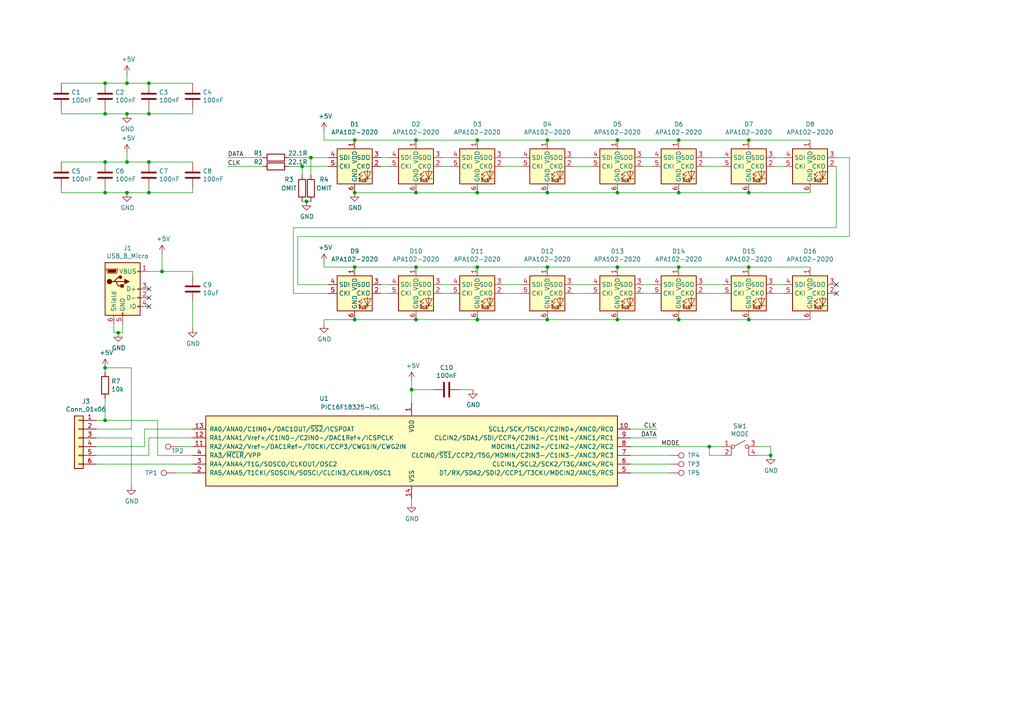
<source format=kicad_sch>
(kicad_sch (version 20211123) (generator eeschema)
  (paper "A4")
  (lib_symbols
    (symbol "Connector:TestPoint" (pin_numbers hide) (pin_names (offset 0.762) hide)
      (property "Reference" "TP" (at 0 6.858 0))
      (property "Value" "TestPoint" (at 0 5.08 0))
      (symbol "TestPoint_0_1"
        (circle (center 0 3.302) (radius 0.762))
      )
      (symbol "TestPoint_1_1"
        (pin passive line (at 0 0 90) (length 2.54) (name "1") (number "1"))
      )
    )
    (symbol "Connector:USB_B_Micro" (pin_names (offset 1.016))
      (property "Reference" "J" (at -5.08 11.43 0))
      (property "Value" "USB_B_Micro" (at -5.08 8.89 0))
      (symbol "USB_B_Micro_0_1"
        (rectangle (start -5.08 -7.62) (end 5.08 7.62) (stroke (width 0.254)) (fill (type background)))
        (circle (center -3.81 2.159) (radius 0.635) (stroke (width 0.254)) (fill (type outline)))
        (circle (center -0.635 3.429) (radius 0.381) (stroke (width 0.254)) (fill (type outline)))
        (rectangle (start -0.127 -7.62) (end 0.127 -6.858))
        (polyline (pts (xy -1.905 2.159) (xy 0.635 2.159)) (stroke (width 0.254)))
        (polyline (pts (xy -3.175 2.159) (xy -2.54 2.159) (xy -1.27 3.429) (xy -0.635 3.429)) (stroke (width 0.254)))
        (polyline (pts (xy -2.54 2.159) (xy -1.905 2.159) (xy -1.27 0.889) (xy 0 0.889)) (stroke (width 0.254)))
        (polyline (pts (xy 0.635 2.794) (xy 0.635 1.524) (xy 1.905 2.159) (xy 0.635 2.794)) (stroke (width 0.254)) (fill (type outline)))
        (polyline (pts (xy -4.318 5.588) (xy -1.778 5.588) (xy -2.032 4.826) (xy -4.064 4.826) (xy -4.318 5.588)) (fill (type outline)))
        (polyline (pts (xy -4.699 5.842) (xy -4.699 5.588) (xy -4.445 4.826) (xy -4.445 4.572) (xy -1.651 4.572) (xy -1.651 4.826) (xy -1.397 5.588) (xy -1.397 5.842) (xy -4.699 5.842)))
        (rectangle (start 0.254 1.27) (end -0.508 0.508) (stroke (width 0.254)) (fill (type outline)))
        (rectangle (start 5.08 -5.207) (end 4.318 -4.953))
        (rectangle (start 5.08 -2.667) (end 4.318 -2.413))
        (rectangle (start 5.08 -0.127) (end 4.318 0.127))
        (rectangle (start 5.08 4.953) (end 4.318 5.207))
      )
      (symbol "USB_B_Micro_1_1"
        (pin power_out line (at 7.62 5.08 180) (length 2.54) (name "VBUS") (number "1"))
        (pin bidirectional line (at 7.62 -2.54 180) (length 2.54) (name "D-") (number "2"))
        (pin bidirectional line (at 7.62 0 180) (length 2.54) (name "D+") (number "3"))
        (pin passive line (at 7.62 -5.08 180) (length 2.54) (name "ID") (number "4"))
        (pin power_out line (at 0 -10.16 90) (length 2.54) (name "GND") (number "5"))
        (pin passive line (at -2.54 -10.16 90) (length 2.54) (name "Shield") (number "6"))
      )
    )
    (symbol "Connector_Generic:Conn_01x06" (pin_names (offset 1.016) hide)
      (property "Reference" "J" (at 0 7.62 0))
      (property "Value" "Conn_01x06" (at 0 -10.16 0))
      (symbol "Conn_01x06_1_1"
        (rectangle (start -1.27 -7.493) (end 0 -7.747) (stroke (width 0.1524)))
        (rectangle (start -1.27 -4.953) (end 0 -5.207) (stroke (width 0.1524)))
        (rectangle (start -1.27 -2.413) (end 0 -2.667) (stroke (width 0.1524)))
        (rectangle (start -1.27 0.127) (end 0 -0.127) (stroke (width 0.1524)))
        (rectangle (start -1.27 2.667) (end 0 2.413) (stroke (width 0.1524)))
        (rectangle (start -1.27 5.207) (end 0 4.953) (stroke (width 0.1524)))
        (rectangle (start -1.27 6.35) (end 1.27 -8.89) (stroke (width 0.254)) (fill (type background)))
        (pin passive line (at -5.08 5.08 0) (length 3.81) (name "Pin_1") (number "1"))
        (pin passive line (at -5.08 2.54 0) (length 3.81) (name "Pin_2") (number "2"))
        (pin passive line (at -5.08 0 0) (length 3.81) (name "Pin_3") (number "3"))
        (pin passive line (at -5.08 -2.54 0) (length 3.81) (name "Pin_4") (number "4"))
        (pin passive line (at -5.08 -5.08 0) (length 3.81) (name "Pin_5") (number "5"))
        (pin passive line (at -5.08 -7.62 0) (length 3.81) (name "Pin_6") (number "6"))
      )
    )
    (symbol "Device:C" (pin_numbers hide) (pin_names (offset 0.254))
      (property "Reference" "C" (at 0.635 2.54 0))
      (property "Value" "C" (at 0.635 -2.54 0))
      (symbol "C_0_1"
        (polyline (pts (xy -2.032 -0.762) (xy 2.032 -0.762)) (stroke (width 0.508)))
        (polyline (pts (xy -2.032 0.762) (xy 2.032 0.762)) (stroke (width 0.508)))
      )
      (symbol "C_1_1"
        (pin passive line (at 0 3.81 270) (length 2.794) (name "~") (number "1"))
        (pin passive line (at 0 -3.81 90) (length 2.794) (name "~") (number "2"))
      )
    )
    (symbol "Device:R" (pin_numbers hide) (pin_names (offset 0))
      (property "Reference" "R" (at 2.032 0 90))
      (property "Value" "R" (at 0 0 90))
      (symbol "R_0_1"
        (rectangle (start -1.016 -2.54) (end 1.016 2.54) (stroke (width 0.254)))
      )
      (symbol "R_1_1"
        (pin passive line (at 0 3.81 270) (length 1.27) (name "~") (number "1"))
        (pin passive line (at 0 -3.81 90) (length 1.27) (name "~") (number "2"))
      )
    )
    (symbol "LED:APA102-2020"
      (property "Reference" "D" (at 5.08 5.715 0))
      (property "Value" "APA102-2020" (at 1.27 -5.715 0))
      (symbol "APA102-2020_0_0"
        (text "RGB" (at 2.286 -4.191 0) (effects (font (size 0.762 0.762))))
      )
      (symbol "APA102-2020_0_1"
        (polyline (pts (xy 1.27 -3.556) (xy 1.778 -3.556)))
        (polyline (pts (xy 1.27 -2.54) (xy 1.778 -2.54)))
        (polyline (pts (xy 4.699 -3.556) (xy 2.667 -3.556)))
        (polyline (pts (xy 2.286 -2.54) (xy 1.27 -3.556) (xy 1.27 -3.048)))
        (polyline (pts (xy 2.286 -1.524) (xy 1.27 -2.54) (xy 1.27 -2.032)))
        (polyline (pts (xy 3.683 -1.016) (xy 3.683 -3.556) (xy 3.683 -4.064)))
        (polyline (pts (xy 4.699 -1.524) (xy 2.667 -1.524) (xy 3.683 -3.556) (xy 4.699 -1.524)))
        (rectangle (start 5.08 5.08) (end -5.08 -5.08) (stroke (width 0.254)) (fill (type background)))
      )
      (symbol "APA102-2020_1_1"
        (pin power_in line (at 0 7.62 270) (length 2.54) (name "VDD") (number "1"))
        (pin output line (at 7.62 0 180) (length 2.54) (name "CKO") (number "2"))
        (pin output line (at 7.62 2.54 180) (length 2.54) (name "SDO") (number "3"))
        (pin input line (at -7.62 2.54 0) (length 2.54) (name "SDI") (number "4"))
        (pin input line (at -7.62 0 0) (length 2.54) (name "CKI") (number "5"))
        (pin power_in line (at 0 -7.62 90) (length 2.54) (name "GND") (number "6"))
      )
    )
    (symbol "MCU_Microchip_PIC16:PIC16F18325-ISL" (pin_names (offset 1.016))
      (property "Reference" "U" (at -58.42 15.24 0))
      (property "Value" "PIC16F18325-ISL" (at -58.42 12.7 0))
      (symbol "PIC16F18325-ISL_1_1"
        (rectangle (start -59.69 11.43) (end 59.69 -8.89) (stroke (width 0.254)) (fill (type background)))
        (pin power_in line (at 0 15.24 270) (length 3.81) (name "VDD") (number "1"))
        (pin bidirectional line (at 63.5 7.62 180) (length 3.81) (name "SCL1/SCK/T5CKI/C2IN0+/ANC0/RC0") (number "10"))
        (pin bidirectional line (at -63.5 2.54 0) (length 3.81) (name "RA2/ANA2/Vref-/DAC1Ref-/T0CKI/CCP3/CWG1IN/CWG2IN") (number "11"))
        (pin bidirectional line (at -63.5 5.08 0) (length 3.81) (name "RA1/ANA1/Vref+/C1IN0-/C2IN0-/DAC1Ref+/ICSPCLK") (number "12"))
        (pin bidirectional line (at -63.5 7.62 0) (length 3.81) (name "RA0/ANA0/C1IN0+/DAC1OUT/~{SS2}/ICSPDAT") (number "13"))
        (pin power_in line (at 0 -12.7 90) (length 3.81) (name "VSS") (number "14"))
        (pin bidirectional line (at -63.5 -5.08 0) (length 3.81) (name "RA5/ANA5/T1CKI/SOSCIN/SOSCI/CLCIN3/CLKIN/OSC1") (number "2"))
        (pin bidirectional line (at -63.5 -2.54 0) (length 3.81) (name "RA4/ANA4/T1G/SOSCO/CLKOUT/OSC2") (number "3"))
        (pin bidirectional line (at -63.5 0 0) (length 3.81) (name "RA3/~{MCLR}/VPP") (number "4"))
        (pin bidirectional line (at 63.5 -5.08 180) (length 3.81) (name "DT/RX/SDA2/SDI2/CCP1/T3CKI/MDCIN2/ANC5/RC5") (number "5"))
        (pin bidirectional line (at 63.5 -2.54 180) (length 3.81) (name "CLCIN1/SCL2/SCK2/T3G/ANC4/RC4") (number "6"))
        (pin bidirectional line (at 63.5 0 180) (length 3.81) (name "CLCIN0/~{SS1}/CCP2/T5G/MDMIN/C2IN3-/C1IN3-/ANC3/RC3") (number "7"))
        (pin bidirectional line (at 63.5 2.54 180) (length 3.81) (name "MDCIN1/C2IN2-/C1IN2-/ANC2/RC2") (number "8"))
        (pin bidirectional line (at 63.5 5.08 180) (length 3.81) (name "CLCIN2/SDA1/SDI/CCP4/C2IN1-/C1IN1-/ANC1/RC1") (number "9"))
      )
    )
    (symbol "omron_switch:SW_SPST" (pin_names (offset 0) hide)
      (property "Reference" "SW" (at 0 3.175 0))
      (property "Value" "SW_SPST" (at 0 -2.54 0))
      (symbol "SW_SPST_0_0"
        (circle (center -2.032 0) (radius 0.508))
        (polyline (pts (xy -1.524 0.254) (xy 1.524 1.778)))
        (circle (center 2.032 0) (radius 0.508))
      )
      (symbol "SW_SPST_0_1"
        (polyline (pts (xy -2.54 -2.54) (xy -2.54 0)))
        (polyline (pts (xy 2.54 -2.54) (xy 2.54 0)))
      )
      (symbol "SW_SPST_1_1"
        (pin passive line (at -5.08 0 0) (length 2.54) (name "A") (number "1"))
        (pin passive line (at -5.08 -2.54 0) (length 2.54) (name "A1") (number "2"))
        (pin passive line (at 5.08 0 180) (length 2.54) (name "B") (number "3"))
        (pin passive line (at 5.08 -2.54 180) (length 2.54) (name "B1") (number "4"))
      )
    )
    (symbol "power:+5V" (power) (pin_names (offset 0))
      (property "Value" "+5V" (at 0 3.556 0))
      (symbol "+5V_0_1"
        (polyline (pts (xy -0.762 1.27) (xy 0 2.54)))
        (polyline (pts (xy 0 0) (xy 0 2.54)))
        (polyline (pts (xy 0 2.54) (xy 0.762 1.27)))
      )
      (symbol "+5V_1_1"
        (pin power_in line (at 0 0 90) (length 0) hide (name "+5V") (number "1"))
      )
    )
    (symbol "power:GND" (power) (pin_names (offset 0))
      (property "Value" "GND" (at 0 -3.81 0))
      (symbol "GND_0_1"
        (polyline (pts (xy 0 0) (xy 0 -1.27) (xy 1.27 -1.27) (xy 0 -2.54) (xy -1.27 -1.27) (xy 0 -1.27)))
      )
      (symbol "GND_1_1"
        (pin power_in line (at 0 0 270) (length 0) hide (name "GND") (number "1"))
      )
    )
  )
  (junction (at 179.07 92.71))
  (junction (at 138.43 55.88))
  (junction (at 88.9 58.42))
  (junction (at 217.17 92.71))
  (junction (at 217.17 77.47))
  (junction (at 102.87 40.64))
  (junction (at 43.18 46.99))
  (junction (at 102.87 92.71))
  (junction (at 158.75 55.88))
  (junction (at 30.48 33.02))
  (junction (at 138.43 92.71))
  (junction (at 217.17 55.88))
  (junction (at 36.83 46.99))
  (junction (at 205.74 129.54))
  (junction (at 119.38 113.03))
  (junction (at 120.65 40.64))
  (junction (at 138.43 77.47))
  (junction (at 30.48 106.68))
  (junction (at 179.07 77.47))
  (junction (at 87.63 48.26))
  (junction (at 196.85 55.88))
  (junction (at 102.87 55.88))
  (junction (at 158.75 77.47))
  (junction (at 43.18 24.13))
  (junction (at 196.85 77.47))
  (junction (at 34.29 96.52))
  (junction (at 158.75 40.64))
  (junction (at 158.75 92.71))
  (junction (at 196.85 40.64))
  (junction (at 36.83 55.88))
  (junction (at 30.48 24.13))
  (junction (at 36.83 33.02))
  (junction (at 196.85 92.71))
  (junction (at 179.07 40.64))
  (junction (at 120.65 92.71))
  (junction (at 30.48 55.88))
  (junction (at 30.48 46.99))
  (junction (at 120.65 55.88))
  (junction (at 138.43 40.64))
  (junction (at 30.48 121.92))
  (junction (at 43.18 55.88))
  (junction (at 102.87 77.47))
  (junction (at 43.18 33.02))
  (junction (at 36.83 24.13))
  (junction (at 90.17 45.72))
  (junction (at 46.99 78.74))
  (junction (at 179.07 55.88))
  (junction (at 120.65 77.47))
  (junction (at 217.17 40.64))
  (junction (at 223.52 132.08))
  (no_connect (at 43.18 83.82))
  (no_connect (at 43.18 86.36))
  (no_connect (at 242.57 85.09))
  (no_connect (at 242.57 82.55))
  (no_connect (at 43.18 88.9))
  (wire (pts (xy 30.48 55.88) (xy 36.83 55.88)))
  (wire (pts (xy 223.52 132.08) (xy 223.52 129.54)))
  (wire (pts (xy 120.65 40.64) (xy 138.43 40.64)))
  (wire (pts (xy 55.88 46.99) (xy 43.18 46.99)))
  (wire (pts (xy 119.38 146.05) (xy 119.38 144.78)))
  (wire (pts (xy 30.48 33.02) (xy 36.83 33.02)))
  (wire (pts (xy 38.1 140.97) (xy 38.1 127)))
  (wire (pts (xy 55.88 54.61) (xy 55.88 55.88)))
  (wire (pts (xy 179.07 40.64) (xy 196.85 40.64)))
  (wire (pts (xy 85.09 85.09) (xy 95.25 85.09)))
  (wire (pts (xy 17.78 33.02) (xy 17.78 31.75)))
  (wire (pts (xy 166.37 45.72) (xy 171.45 45.72)))
  (wire (pts (xy 36.83 33.02) (xy 43.18 33.02)))
  (wire (pts (xy 33.02 96.52) (xy 34.29 96.52)))
  (wire (pts (xy 217.17 92.71) (xy 234.95 92.71)))
  (wire (pts (xy 110.49 85.09) (xy 113.03 85.09)))
  (wire (pts (xy 120.65 77.47) (xy 138.43 77.47)))
  (wire (pts (xy 87.63 48.26) (xy 83.82 48.26)))
  (wire (pts (xy 217.17 77.47) (xy 234.95 77.47)))
  (wire (pts (xy 125.73 113.03) (xy 119.38 113.03)))
  (wire (pts (xy 179.07 55.88) (xy 196.85 55.88)))
  (wire (pts (xy 30.48 33.02) (xy 17.78 33.02)))
  (wire (pts (xy 204.47 82.55) (xy 209.55 82.55)))
  (wire (pts (xy 30.48 121.92) (xy 27.94 121.92)))
  (wire (pts (xy 30.48 55.88) (xy 30.48 54.61)))
  (wire (pts (xy 179.07 92.71) (xy 196.85 92.71)))
  (wire (pts (xy 30.48 46.99) (xy 36.83 46.99)))
  (wire (pts (xy 194.31 137.16) (xy 182.88 137.16)))
  (wire (pts (xy 242.57 45.72) (xy 246.38 45.72)))
  (wire (pts (xy 38.1 127) (xy 27.94 127)))
  (wire (pts (xy 35.56 93.98) (xy 35.56 96.52)))
  (wire (pts (xy 86.36 82.55) (xy 95.25 82.55)))
  (wire (pts (xy 138.43 77.47) (xy 158.75 77.47)))
  (wire (pts (xy 119.38 110.49) (xy 119.38 113.03)))
  (wire (pts (xy 204.47 48.26) (xy 209.55 48.26)))
  (wire (pts (xy 182.88 124.46) (xy 190.5 124.46)))
  (wire (pts (xy 85.09 66.04) (xy 85.09 85.09)))
  (wire (pts (xy 46.99 73.66) (xy 46.99 78.74)))
  (wire (pts (xy 36.83 44.45) (xy 36.83 46.99)))
  (wire (pts (xy 86.36 68.58) (xy 86.36 82.55)))
  (wire (pts (xy 196.85 55.88) (xy 217.17 55.88)))
  (wire (pts (xy 43.18 54.61) (xy 43.18 55.88)))
  (wire (pts (xy 41.91 124.46) (xy 41.91 129.54)))
  (wire (pts (xy 30.48 106.68) (xy 30.48 107.95)))
  (wire (pts (xy 27.94 124.46) (xy 38.1 124.46)))
  (wire (pts (xy 93.98 93.98) (xy 93.98 92.71)))
  (wire (pts (xy 30.48 115.57) (xy 30.48 121.92)))
  (wire (pts (xy 204.47 45.72) (xy 209.55 45.72)))
  (wire (pts (xy 93.98 92.71) (xy 102.87 92.71)))
  (wire (pts (xy 242.57 48.26) (xy 242.57 66.04)))
  (wire (pts (xy 45.72 121.92) (xy 30.48 121.92)))
  (wire (pts (xy 55.88 78.74) (xy 46.99 78.74)))
  (wire (pts (xy 102.87 55.88) (xy 120.65 55.88)))
  (wire (pts (xy 43.18 33.02) (xy 55.88 33.02)))
  (wire (pts (xy 36.83 55.88) (xy 43.18 55.88)))
  (wire (pts (xy 128.27 45.72) (xy 130.81 45.72)))
  (wire (pts (xy 217.17 40.64) (xy 234.95 40.64)))
  (wire (pts (xy 138.43 92.71) (xy 158.75 92.71)))
  (wire (pts (xy 186.69 45.72) (xy 189.23 45.72)))
  (wire (pts (xy 55.88 87.63) (xy 55.88 95.25)))
  (wire (pts (xy 88.9 58.42) (xy 87.63 58.42)))
  (wire (pts (xy 30.48 46.99) (xy 17.78 46.99)))
  (wire (pts (xy 102.87 92.71) (xy 120.65 92.71)))
  (wire (pts (xy 246.38 68.58) (xy 86.36 68.58)))
  (wire (pts (xy 30.48 24.13) (xy 36.83 24.13)))
  (wire (pts (xy 223.52 129.54) (xy 219.71 129.54)))
  (wire (pts (xy 83.82 45.72) (xy 90.17 45.72)))
  (wire (pts (xy 33.02 93.98) (xy 33.02 96.52)))
  (wire (pts (xy 45.72 132.08) (xy 45.72 121.92)))
  (wire (pts (xy 158.75 40.64) (xy 179.07 40.64)))
  (wire (pts (xy 36.83 24.13) (xy 43.18 24.13)))
  (wire (pts (xy 36.83 46.99) (xy 43.18 46.99)))
  (wire (pts (xy 93.98 76.2) (xy 93.98 77.47)))
  (wire (pts (xy 186.69 85.09) (xy 189.23 85.09)))
  (wire (pts (xy 66.04 45.72) (xy 76.2 45.72)))
  (wire (pts (xy 138.43 40.64) (xy 158.75 40.64)))
  (wire (pts (xy 204.47 85.09) (xy 209.55 85.09)))
  (wire (pts (xy 128.27 48.26) (xy 130.81 48.26)))
  (wire (pts (xy 146.05 48.26) (xy 151.13 48.26)))
  (wire (pts (xy 110.49 45.72) (xy 113.03 45.72)))
  (wire (pts (xy 128.27 82.55) (xy 130.81 82.55)))
  (wire (pts (xy 146.05 82.55) (xy 151.13 82.55)))
  (wire (pts (xy 93.98 40.64) (xy 102.87 40.64)))
  (wire (pts (xy 138.43 55.88) (xy 158.75 55.88)))
  (wire (pts (xy 190.5 127) (xy 182.88 127)))
  (wire (pts (xy 43.18 132.08) (xy 27.94 132.08)))
  (wire (pts (xy 30.48 33.02) (xy 30.48 31.75)))
  (wire (pts (xy 246.38 45.72) (xy 246.38 68.58)))
  (wire (pts (xy 55.88 129.54) (xy 52.07 129.54)))
  (wire (pts (xy 55.88 124.46) (xy 41.91 124.46)))
  (wire (pts (xy 30.48 24.13) (xy 17.78 24.13)))
  (wire (pts (xy 205.74 129.54) (xy 209.55 129.54)))
  (wire (pts (xy 224.79 85.09) (xy 227.33 85.09)))
  (wire (pts (xy 209.55 132.08) (xy 205.74 132.08)))
  (wire (pts (xy 113.03 48.26) (xy 110.49 48.26)))
  (wire (pts (xy 55.88 137.16) (xy 50.8 137.16)))
  (wire (pts (xy 17.78 55.88) (xy 17.78 54.61)))
  (wire (pts (xy 224.79 48.26) (xy 227.33 48.26)))
  (wire (pts (xy 41.91 129.54) (xy 27.94 129.54)))
  (wire (pts (xy 120.65 55.88) (xy 138.43 55.88)))
  (wire (pts (xy 43.18 31.75) (xy 43.18 33.02)))
  (wire (pts (xy 102.87 77.47) (xy 120.65 77.47)))
  (wire (pts (xy 205.74 132.08) (xy 205.74 129.54)))
  (wire (pts (xy 95.25 48.26) (xy 87.63 48.26)))
  (wire (pts (xy 38.1 124.46) (xy 38.1 106.68)))
  (wire (pts (xy 87.63 50.8) (xy 87.63 48.26)))
  (wire (pts (xy 102.87 40.64) (xy 120.65 40.64)))
  (wire (pts (xy 166.37 85.09) (xy 171.45 85.09)))
  (wire (pts (xy 66.04 48.26) (xy 76.2 48.26)))
  (wire (pts (xy 146.05 45.72) (xy 151.13 45.72)))
  (wire (pts (xy 186.69 82.55) (xy 189.23 82.55)))
  (wire (pts (xy 194.31 134.62) (xy 182.88 134.62)))
  (wire (pts (xy 196.85 40.64) (xy 217.17 40.64)))
  (wire (pts (xy 55.88 127) (xy 43.18 127)))
  (wire (pts (xy 119.38 113.03) (xy 119.38 116.84)))
  (wire (pts (xy 55.88 24.13) (xy 43.18 24.13)))
  (wire (pts (xy 179.07 77.47) (xy 196.85 77.47)))
  (wire (pts (xy 224.79 45.72) (xy 227.33 45.72)))
  (wire (pts (xy 46.99 78.74) (xy 43.18 78.74)))
  (wire (pts (xy 55.88 132.08) (xy 45.72 132.08)))
  (wire (pts (xy 93.98 38.1) (xy 93.98 40.64)))
  (wire (pts (xy 186.69 48.26) (xy 189.23 48.26)))
  (wire (pts (xy 194.31 132.08) (xy 182.88 132.08)))
  (wire (pts (xy 166.37 48.26) (xy 171.45 48.26)))
  (wire (pts (xy 55.88 31.75) (xy 55.88 33.02)))
  (wire (pts (xy 182.88 129.54) (xy 205.74 129.54)))
  (wire (pts (xy 158.75 77.47) (xy 179.07 77.47)))
  (wire (pts (xy 120.65 92.71) (xy 138.43 92.71)))
  (wire (pts (xy 158.75 55.88) (xy 179.07 55.88)))
  (wire (pts (xy 137.16 113.03) (xy 133.35 113.03)))
  (wire (pts (xy 36.83 21.59) (xy 36.83 24.13)))
  (wire (pts (xy 224.79 82.55) (xy 227.33 82.55)))
  (wire (pts (xy 166.37 82.55) (xy 171.45 82.55)))
  (wire (pts (xy 146.05 85.09) (xy 151.13 85.09)))
  (wire (pts (xy 38.1 106.68) (xy 30.48 106.68)))
  (wire (pts (xy 110.49 82.55) (xy 113.03 82.55)))
  (wire (pts (xy 196.85 77.47) (xy 217.17 77.47)))
  (wire (pts (xy 158.75 92.71) (xy 179.07 92.71)))
  (wire (pts (xy 128.27 85.09) (xy 130.81 85.09)))
  (wire (pts (xy 90.17 50.8) (xy 90.17 45.72)))
  (wire (pts (xy 93.98 77.47) (xy 102.87 77.47)))
  (wire (pts (xy 30.48 55.88) (xy 17.78 55.88)))
  (wire (pts (xy 43.18 127) (xy 43.18 132.08)))
  (wire (pts (xy 219.71 132.08) (xy 223.52 132.08)))
  (wire (pts (xy 43.18 55.88) (xy 55.88 55.88)))
  (wire (pts (xy 196.85 92.71) (xy 217.17 92.71)))
  (wire (pts (xy 27.94 134.62) (xy 55.88 134.62)))
  (wire (pts (xy 217.17 55.88) (xy 234.95 55.88)))
  (wire (pts (xy 90.17 58.42) (xy 88.9 58.42)))
  (wire (pts (xy 90.17 45.72) (xy 95.25 45.72)))
  (wire (pts (xy 55.88 80.01) (xy 55.88 78.74)))
  (wire (pts (xy 35.56 96.52) (xy 34.29 96.52)))
  (wire (pts (xy 242.57 66.04) (xy 85.09 66.04)))
  (label "CLK" (at 66.04 48.26 0))
  (label "DATA" (at 66.04 45.72 0))
  (label "MODE" (at 191.77 129.54 0))
  (label "CLK" (at 190.5 124.46 180))
  (label "DATA" (at 190.5 127 180))
  (symbol (lib_id "LED:APA102-2020") (at 102.87 48.26 0) (unit 1)
    (property "Reference" "D1" (at 102.87 36.0426 0))
    (property "Value" "APA102-2020" (at 102.87 38.354 0))
    (property "Footprint" "LED_SMD:LED-APA102-2020" (effects hide))
    (property "Datasheet" "http://www.led-color.com/upload/201604/APA102-2020%20SMD%20LED.pdf" (effects hide))
  )
  (symbol (lib_id "LED:APA102-2020") (at 120.65 48.26 0) (unit 1)
    (property "Reference" "D2" (at 120.65 36.0426 0))
    (property "Value" "APA102-2020" (at 120.65 38.354 0))
    (property "Footprint" "LED_SMD:LED-APA102-2020" (effects hide))
    (property "Datasheet" "http://www.led-color.com/upload/201604/APA102-2020%20SMD%20LED.pdf" (effects hide))
  )
  (symbol (lib_id "LED:APA102-2020") (at 138.43 48.26 0) (unit 1)
    (property "Reference" "D3" (at 138.43 36.0426 0))
    (property "Value" "APA102-2020" (at 138.43 38.354 0))
    (property "Footprint" "LED_SMD:LED-APA102-2020" (effects hide))
    (property "Datasheet" "http://www.led-color.com/upload/201604/APA102-2020%20SMD%20LED.pdf" (effects hide))
  )
  (symbol (lib_id "LED:APA102-2020") (at 158.75 48.26 0) (unit 1)
    (property "Reference" "D4" (at 158.75 36.0426 0))
    (property "Value" "APA102-2020" (at 158.75 38.354 0))
    (property "Footprint" "LED_SMD:LED-APA102-2020" (effects hide))
    (property "Datasheet" "http://www.led-color.com/upload/201604/APA102-2020%20SMD%20LED.pdf" (effects hide))
  )
  (symbol (lib_id "LED:APA102-2020") (at 179.07 48.26 0) (unit 1)
    (property "Reference" "D5" (at 179.07 36.0426 0))
    (property "Value" "APA102-2020" (at 179.07 38.354 0))
    (property "Footprint" "LED_SMD:LED-APA102-2020" (effects hide))
    (property "Datasheet" "http://www.led-color.com/upload/201604/APA102-2020%20SMD%20LED.pdf" (effects hide))
  )
  (symbol (lib_id "LED:APA102-2020") (at 196.85 48.26 0) (unit 1)
    (property "Reference" "D6" (at 196.85 36.0426 0))
    (property "Value" "APA102-2020" (at 196.85 38.354 0))
    (property "Footprint" "LED_SMD:LED-APA102-2020" (effects hide))
    (property "Datasheet" "http://www.led-color.com/upload/201604/APA102-2020%20SMD%20LED.pdf" (effects hide))
  )
  (symbol (lib_id "LED:APA102-2020") (at 217.17 48.26 0) (unit 1)
    (property "Reference" "D7" (at 217.17 36.0426 0))
    (property "Value" "APA102-2020" (at 217.17 38.354 0))
    (property "Footprint" "LED_SMD:LED-APA102-2020" (effects hide))
    (property "Datasheet" "http://www.led-color.com/upload/201604/APA102-2020%20SMD%20LED.pdf" (effects hide))
  )
  (symbol (lib_id "LED:APA102-2020") (at 234.95 48.26 0) (unit 1)
    (property "Reference" "D8" (at 234.95 36.0426 0))
    (property "Value" "APA102-2020" (at 234.95 38.354 0))
    (property "Footprint" "LED_SMD:LED-APA102-2020" (effects hide))
    (property "Datasheet" "http://www.led-color.com/upload/201604/APA102-2020%20SMD%20LED.pdf" (effects hide))
  )
  (symbol (lib_id "LED:APA102-2020") (at 102.87 85.09 0) (unit 1)
    (property "Reference" "D9" (at 102.87 72.8726 0))
    (property "Value" "APA102-2020" (at 102.87 75.184 0))
    (property "Footprint" "LED_SMD:LED-APA102-2020" (effects hide))
    (property "Datasheet" "http://www.led-color.com/upload/201604/APA102-2020%20SMD%20LED.pdf" (effects hide))
  )
  (symbol (lib_id "LED:APA102-2020") (at 120.65 85.09 0) (unit 1)
    (property "Reference" "D10" (at 120.65 72.8726 0))
    (property "Value" "APA102-2020" (at 120.65 75.184 0))
    (property "Footprint" "LED_SMD:LED-APA102-2020" (effects hide))
    (property "Datasheet" "http://www.led-color.com/upload/201604/APA102-2020%20SMD%20LED.pdf" (effects hide))
  )
  (symbol (lib_id "LED:APA102-2020") (at 138.43 85.09 0) (unit 1)
    (property "Reference" "D11" (at 138.43 72.8726 0))
    (property "Value" "APA102-2020" (at 138.43 75.184 0))
    (property "Footprint" "LED_SMD:LED-APA102-2020" (effects hide))
    (property "Datasheet" "http://www.led-color.com/upload/201604/APA102-2020%20SMD%20LED.pdf" (effects hide))
  )
  (symbol (lib_id "LED:APA102-2020") (at 158.75 85.09 0) (unit 1)
    (property "Reference" "D12" (at 158.75 72.8726 0))
    (property "Value" "APA102-2020" (at 158.75 75.184 0))
    (property "Footprint" "LED_SMD:LED-APA102-2020" (effects hide))
    (property "Datasheet" "http://www.led-color.com/upload/201604/APA102-2020%20SMD%20LED.pdf" (effects hide))
  )
  (symbol (lib_id "LED:APA102-2020") (at 179.07 85.09 0) (unit 1)
    (property "Reference" "D13" (at 179.07 72.8726 0))
    (property "Value" "APA102-2020" (at 179.07 75.184 0))
    (property "Footprint" "LED_SMD:LED-APA102-2020" (effects hide))
    (property "Datasheet" "http://www.led-color.com/upload/201604/APA102-2020%20SMD%20LED.pdf" (effects hide))
  )
  (symbol (lib_id "LED:APA102-2020") (at 196.85 85.09 0) (unit 1)
    (property "Reference" "D14" (at 196.85 72.8726 0))
    (property "Value" "APA102-2020" (at 196.85 75.184 0))
    (property "Footprint" "LED_SMD:LED-APA102-2020" (effects hide))
    (property "Datasheet" "http://www.led-color.com/upload/201604/APA102-2020%20SMD%20LED.pdf" (effects hide))
  )
  (symbol (lib_id "LED:APA102-2020") (at 217.17 85.09 0) (unit 1)
    (property "Reference" "D15" (at 217.17 72.8726 0))
    (property "Value" "APA102-2020" (at 217.17 75.184 0))
    (property "Footprint" "LED_SMD:LED-APA102-2020" (effects hide))
    (property "Datasheet" "http://www.led-color.com/upload/201604/APA102-2020%20SMD%20LED.pdf" (effects hide))
  )
  (symbol (lib_id "LED:APA102-2020") (at 234.95 85.09 0) (unit 1)
    (property "Reference" "D16" (at 234.95 72.8726 0))
    (property "Value" "APA102-2020" (at 234.95 75.184 0))
    (property "Footprint" "LED_SMD:LED-APA102-2020" (effects hide))
    (property "Datasheet" "http://www.led-color.com/upload/201604/APA102-2020%20SMD%20LED.pdf" (effects hide))
  )
  (symbol (lib_id "Device:C") (at 17.78 50.8 0) (unit 1)
    (property "Reference" "C5" (at 20.701 49.6316 0) (effects (justify left)))
    (property "Value" "100nF" (at 20.701 51.943 0) (effects (justify left)))
    (property "Footprint" "Capacitor_SMD:C_0805_2012Metric" (effects hide))
  )
  (symbol (lib_id "omron_switch:SW_SPST") (at 214.63 129.54 0) (unit 1)
    (property "Reference" "SW1" (at 214.63 123.571 0))
    (property "Value" "MODE" (at 214.63 125.8824 0))
    (property "Footprint" "Button_Switch_SMD:SW_SPST_Omron_B3FS-101xP" (effects hide))
  )
  (symbol (lib_id "Device:C") (at 30.48 50.8 0) (unit 1)
    (property "Reference" "C6" (at 33.401 49.6316 0) (effects (justify left)))
    (property "Value" "100nF" (at 33.401 51.943 0) (effects (justify left)))
    (property "Footprint" "Capacitor_SMD:C_0805_2012Metric" (effects hide))
  )
  (symbol (lib_id "Device:C") (at 43.18 50.8 0) (unit 1)
    (property "Reference" "C7" (at 46.101 49.6316 0) (effects (justify left)))
    (property "Value" "100nF" (at 46.101 51.943 0) (effects (justify left)))
    (property "Footprint" "Capacitor_SMD:C_0805_2012Metric" (effects hide))
  )
  (symbol (lib_id "Device:C") (at 55.88 50.8 0) (unit 1)
    (property "Reference" "C8" (at 58.801 49.6316 0) (effects (justify left)))
    (property "Value" "100nF" (at 58.801 51.943 0) (effects (justify left)))
    (property "Footprint" "Capacitor_SMD:C_0805_2012Metric" (effects hide))
  )
  (symbol (lib_id "power:GND") (at 36.83 55.88 0) (unit 1)
    (property "Reference" "#PWR05" (effects hide))
    (property "Value" "GND" (at 36.957 60.2742 0))
  )
  (symbol (lib_id "power:+5V") (at 36.83 44.45 0) (unit 1)
    (property "Reference" "#PWR04" (effects hide))
    (property "Value" "+5V" (at 37.211 40.0558 0))
  )
  (symbol (lib_id "Device:C") (at 17.78 27.94 0) (unit 1)
    (property "Reference" "C1" (at 20.701 26.7716 0) (effects (justify left)))
    (property "Value" "100nF" (at 20.701 29.083 0) (effects (justify left)))
    (property "Footprint" "Capacitor_SMD:C_0805_2012Metric" (effects hide))
  )
  (symbol (lib_id "Device:C") (at 30.48 27.94 0) (unit 1)
    (property "Reference" "C2" (at 33.401 26.7716 0) (effects (justify left)))
    (property "Value" "100nF" (at 33.401 29.083 0) (effects (justify left)))
    (property "Footprint" "Capacitor_SMD:C_0805_2012Metric" (effects hide))
  )
  (symbol (lib_id "Device:C") (at 43.18 27.94 0) (unit 1)
    (property "Reference" "C3" (at 46.101 26.7716 0) (effects (justify left)))
    (property "Value" "100nF" (at 46.101 29.083 0) (effects (justify left)))
    (property "Footprint" "Capacitor_SMD:C_0805_2012Metric" (effects hide))
  )
  (symbol (lib_id "Device:C") (at 55.88 27.94 0) (unit 1)
    (property "Reference" "C4" (at 58.801 26.7716 0) (effects (justify left)))
    (property "Value" "100nF" (at 58.801 29.083 0) (effects (justify left)))
    (property "Footprint" "Capacitor_SMD:C_0805_2012Metric" (effects hide))
  )
  (symbol (lib_id "power:GND") (at 36.83 33.02 0) (unit 1)
    (property "Reference" "#PWR02" (effects hide))
    (property "Value" "GND" (at 36.957 37.4142 0))
  )
  (symbol (lib_id "power:+5V") (at 36.83 21.59 0) (unit 1)
    (property "Reference" "#PWR01" (effects hide))
    (property "Value" "+5V" (at 37.211 17.1958 0))
  )
  (symbol (lib_id "power:+5V") (at 93.98 38.1 0) (unit 1)
    (property "Reference" "#PWR03" (effects hide))
    (property "Value" "+5V" (at 94.361 33.7058 0))
  )
  (symbol (lib_id "power:+5V") (at 93.98 76.2 0) (unit 1)
    (property "Reference" "#PWR09" (effects hide))
    (property "Value" "+5V" (at 94.361 71.8058 0))
  )
  (symbol (lib_id "power:GND") (at 93.98 93.98 0) (unit 1)
    (property "Reference" "#PWR010" (effects hide))
    (property "Value" "GND" (at 94.107 98.3742 0))
  )
  (symbol (lib_id "power:GND") (at 102.87 55.88 0) (unit 1)
    (property "Reference" "#PWR06" (effects hide))
    (property "Value" "GND" (at 102.997 60.2742 0))
  )
  (symbol (lib_id "MCU_Microchip_PIC16:PIC16F18325-ISL") (at 119.38 132.08 0) (unit 1)
    (property "Reference" "U1" (at 93.98 115.57 0))
    (property "Value" "PIC16F18325-ISL" (at 101.6 118.11 0))
    (property "Footprint" "Package_SO:SOIC-14_3.9x8.7mm_P1.27mm" (effects hide))
    (property "Datasheet" "http://ww1.microchip.com/downloads/en/devicedoc/40001795b.pdf" (effects hide))
  )
  (symbol (lib_id "power:+5V") (at 119.38 110.49 0) (unit 1)
    (property "Reference" "#PWR014" (effects hide))
    (property "Value" "+5V" (at 119.761 106.0958 0))
  )
  (symbol (lib_id "power:GND") (at 119.38 146.05 0) (unit 1)
    (property "Reference" "#PWR018" (effects hide))
    (property "Value" "GND" (at 119.507 150.4442 0))
  )
  (symbol (lib_id "Connector_Generic:Conn_01x06") (at 22.86 127 0) (mirror y) (unit 1)
    (property "Reference" "J3" (at 24.9428 116.4082 0))
    (property "Value" "Conn_01x06" (at 24.9428 118.7196 0))
    (property "Footprint" "Connector:Tag-Connect_TC2030-IDC-FP_2x03_P1.27mm_Vertical" (effects hide))
  )
  (symbol (lib_id "Device:R") (at 30.48 111.76 0) (unit 1)
    (property "Reference" "R7" (at 32.258 110.5916 0) (effects (justify left)))
    (property "Value" "10k" (at 32.258 112.903 0) (effects (justify left)))
    (property "Footprint" "Resistor_SMD:R_0805_2012Metric" (effects hide))
  )
  (symbol (lib_id "power:+5V") (at 30.48 106.68 0) (unit 1)
    (property "Reference" "#PWR013" (effects hide))
    (property "Value" "+5V" (at 30.861 102.2858 0))
  )
  (symbol (lib_id "power:GND") (at 38.1 140.97 0) (unit 1)
    (property "Reference" "#PWR017" (effects hide))
    (property "Value" "GND" (at 38.227 145.3642 0))
  )
  (symbol (lib_id "Device:R") (at 80.01 45.72 270) (unit 1)
    (property "Reference" "R1" (at 74.93 44.45 90))
    (property "Value" "22.1R" (at 86.36 44.45 90))
    (property "Footprint" "Resistor_SMD:R_0805_2012Metric" (effects hide))
  )
  (symbol (lib_id "Device:R") (at 80.01 48.26 270) (unit 1)
    (property "Reference" "R2" (at 74.93 46.99 90))
    (property "Value" "22.1R" (at 86.36 46.99 90))
    (property "Footprint" "Resistor_SMD:R_0805_2012Metric" (effects hide))
  )
  (symbol (lib_id "Device:R") (at 87.63 54.61 0) (unit 1)
    (property "Reference" "R3" (at 83.82 52.07 0))
    (property "Value" "OMIT" (at 83.82 54.61 0))
    (property "Footprint" "Resistor_SMD:R_0805_2012Metric" (effects hide))
  )
  (symbol (lib_id "Device:R") (at 90.17 54.61 0) (unit 1)
    (property "Reference" "R4" (at 93.98 52.07 0))
    (property "Value" "OMIT" (at 93.98 54.61 0))
    (property "Footprint" "Resistor_SMD:R_0805_2012Metric" (effects hide))
  )
  (symbol (lib_id "power:GND") (at 88.9 58.42 0) (unit 1)
    (property "Reference" "#PWR07" (effects hide))
    (property "Value" "GND" (at 89.027 62.8142 0))
  )
  (symbol (lib_id "power:GND") (at 55.88 95.25 0) (unit 1)
    (property "Reference" "#PWR011" (effects hide))
    (property "Value" "GND" (at 56.007 99.6442 0))
  )
  (symbol (lib_id "power:+5V") (at 46.99 73.66 0) (unit 1)
    (property "Reference" "#PWR08" (effects hide))
    (property "Value" "+5V" (at 47.371 69.2658 0))
  )
  (symbol (lib_id "Device:C") (at 55.88 83.82 0) (unit 1)
    (property "Reference" "C9" (at 58.801 82.6516 0) (effects (justify left)))
    (property "Value" "10uF" (at 58.801 84.963 0) (effects (justify left)))
    (property "Footprint" "Capacitor_SMD:C_0805_2012Metric" (effects hide))
  )
  (symbol (lib_id "Device:C") (at 129.54 113.03 270) (unit 1)
    (property "Reference" "C10" (at 129.54 106.6292 90))
    (property "Value" "100nF" (at 129.54 108.9406 90))
    (property "Footprint" "Capacitor_SMD:C_0805_2012Metric" (effects hide))
  )
  (symbol (lib_id "power:GND") (at 137.16 113.03 0) (unit 1)
    (property "Reference" "#PWR015" (effects hide))
    (property "Value" "GND" (at 137.287 117.4242 0))
  )
  (symbol (lib_id "Connector:TestPoint") (at 194.31 137.16 270) (unit 1)
    (property "Reference" "TP5" (at 199.39 137.16 90) (effects (justify left)))
    (property "Value" "TP5" (effects hide))
    (property "Footprint" "TestPoint:TestPoint_Plated_Hole_D2.0mm" (effects hide))
  )
  (symbol (lib_id "Connector:TestPoint") (at 194.31 134.62 270) (unit 1)
    (property "Reference" "TP3" (at 199.39 134.62 90) (effects (justify left)))
    (property "Value" "TP3" (effects hide))
    (property "Footprint" "TestPoint:TestPoint_Plated_Hole_D2.0mm" (effects hide))
  )
  (symbol (lib_id "Connector:TestPoint") (at 194.31 132.08 270) (unit 1)
    (property "Reference" "TP4" (at 199.39 132.08 90) (effects (justify left)))
    (property "Value" "TP4" (effects hide))
    (property "Footprint" "TestPoint:TestPoint_Plated_Hole_D2.0mm" (effects hide))
  )
  (symbol (lib_id "Connector:TestPoint") (at 50.8 137.16 90) (unit 1)
    (property "Reference" "TP1" (at 45.72 137.16 90) (effects (justify left)))
    (property "Value" "TP1" (effects hide))
    (property "Footprint" "TestPoint:TestPoint_Plated_Hole_D2.0mm" (effects hide))
  )
  (symbol (lib_id "Connector:TestPoint") (at 52.07 129.54 90) (unit 1)
    (property "Reference" "TP2" (at 53.34 130.81 90) (effects (justify left)))
    (property "Value" "TP2" (effects hide))
    (property "Footprint" "TestPoint:TestPoint_Plated_Hole_D2.0mm" (effects hide))
  )
  (symbol (lib_id "power:GND") (at 223.52 132.08 0) (unit 1)
    (property "Reference" "#PWR016" (effects hide))
    (property "Value" "GND" (at 223.647 136.4742 0))
  )
  (symbol (lib_id "Connector:USB_B_Micro") (at 35.56 83.82 0) (unit 1)
    (property "Reference" "J1" (at 37.0078 71.9582 0))
    (property "Value" "USB_B_Micro" (at 37.0078 74.2696 0))
    (property "Footprint" "Connector_USB:USB_Micro-B_Molex-105017-0001" (effects hide))
    (property "Note" "28-00111-U" (effects hide))
  )
  (symbol (lib_id "power:GND") (at 34.29 96.52 0) (unit 1)
    (property "Reference" "#PWR012" (effects hide))
    (property "Value" "GND" (at 34.417 100.9142 0))
  )
)
</source>
